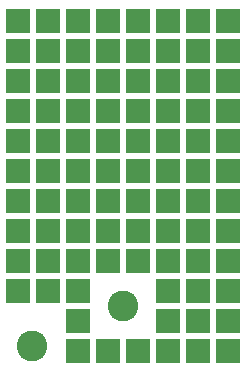
<source format=gbs>
G04 #@! TF.FileFunction,Soldermask,Bot*
%FSLAX46Y46*%
G04 Gerber Fmt 4.6, Leading zero omitted, Abs format (unit mm)*
G04 Created by KiCad (PCBNEW 4.0.2-stable) date 05.07.2017 21:10:13*
%MOMM*%
G01*
G04 APERTURE LIST*
%ADD10C,0.100000*%
%ADD11R,2.100000X2.100000*%
%ADD12C,2.600000*%
G04 APERTURE END LIST*
D10*
D11*
X148590000Y-110490000D03*
X146050000Y-110490000D03*
X148590000Y-113030000D03*
X146050000Y-113030000D03*
D12*
X132000000Y-138000000D03*
X139700000Y-134620000D03*
D11*
X130810000Y-110490000D03*
X133350000Y-110490000D03*
X135890000Y-110490000D03*
X138430000Y-110490000D03*
X140970000Y-110490000D03*
X143510000Y-110490000D03*
X130810000Y-113030000D03*
X133350000Y-113030000D03*
X135890000Y-113030000D03*
X138430000Y-113030000D03*
X140970000Y-113030000D03*
X143510000Y-113030000D03*
X130810000Y-115570000D03*
X133350000Y-115570000D03*
X135890000Y-115570000D03*
X138430000Y-115570000D03*
X140970000Y-115570000D03*
X143510000Y-115570000D03*
X146050000Y-115570000D03*
X148590000Y-115570000D03*
X130810000Y-118110000D03*
X133350000Y-118110000D03*
X135890000Y-118110000D03*
X138430000Y-118110000D03*
X140970000Y-118110000D03*
X143510000Y-118110000D03*
X146050000Y-118110000D03*
X148590000Y-118110000D03*
X130810000Y-120650000D03*
X133350000Y-120650000D03*
X135890000Y-120650000D03*
X138430000Y-120650000D03*
X140970000Y-120650000D03*
X143510000Y-120650000D03*
X146050000Y-120650000D03*
X148590000Y-120650000D03*
X130810000Y-123190000D03*
X133350000Y-123190000D03*
X135890000Y-123190000D03*
X138430000Y-123190000D03*
X140970000Y-123190000D03*
X143510000Y-123190000D03*
X146050000Y-123190000D03*
X148590000Y-123190000D03*
X130810000Y-125730000D03*
X133350000Y-125730000D03*
X135890000Y-125730000D03*
X138430000Y-125730000D03*
X140970000Y-125730000D03*
X143510000Y-125730000D03*
X146050000Y-125730000D03*
X148590000Y-125730000D03*
X130810000Y-128270000D03*
X133350000Y-128270000D03*
X135890000Y-128270000D03*
X138430000Y-128270000D03*
X140970000Y-128270000D03*
X143510000Y-128270000D03*
X146050000Y-128270000D03*
X148590000Y-128270000D03*
X130810000Y-130810000D03*
X133350000Y-130810000D03*
X135890000Y-130810000D03*
X138430000Y-130810000D03*
X140970000Y-130810000D03*
X143510000Y-130810000D03*
X146050000Y-130810000D03*
X148590000Y-130810000D03*
X130810000Y-133350000D03*
X133350000Y-133350000D03*
X135890000Y-133350000D03*
X143510000Y-133350000D03*
X146050000Y-133350000D03*
X148590000Y-133350000D03*
X135890000Y-135890000D03*
X143510000Y-135890000D03*
X146050000Y-135890000D03*
X148590000Y-135890000D03*
X135890000Y-138430000D03*
X138430000Y-138430000D03*
X140970000Y-138430000D03*
X143510000Y-138430000D03*
X146050000Y-138430000D03*
X148590000Y-138430000D03*
M02*

</source>
